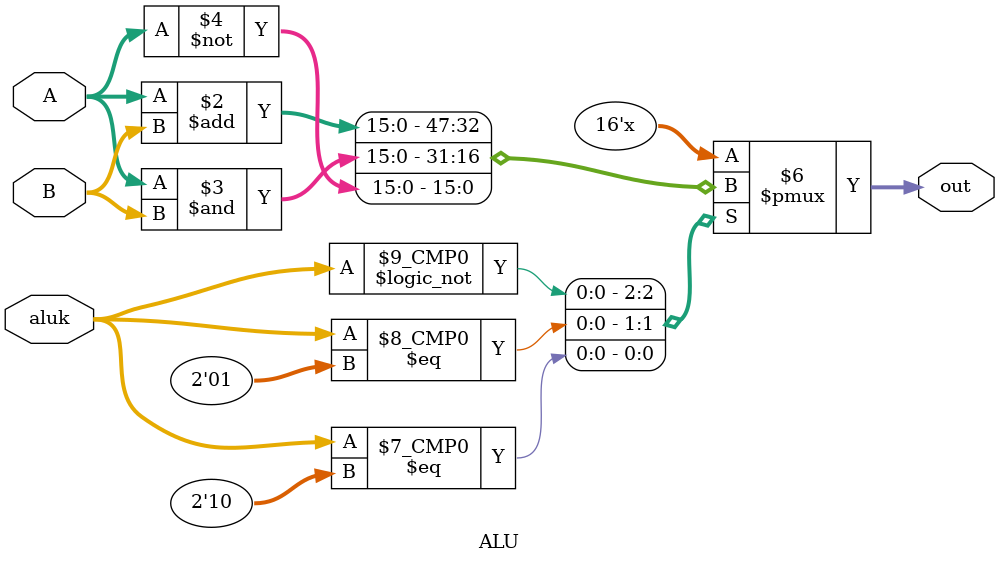
<source format=sv>

module ALU(
	input logic [15:0] A,
	input logic [15:0] B,
	input logic [1:0] aluk,
	output logic [15:0] out
);

always_comb
	begin
		out = 16'h0000;
		unique case (aluk)
			// ADD operation
			2'b00:
				out = A + B;
			// AND operation
			2'b01:
				out = A & B;
			// NOT operation
			2'b10:
				out = ~A;
		endcase
	end

endmodule

</source>
